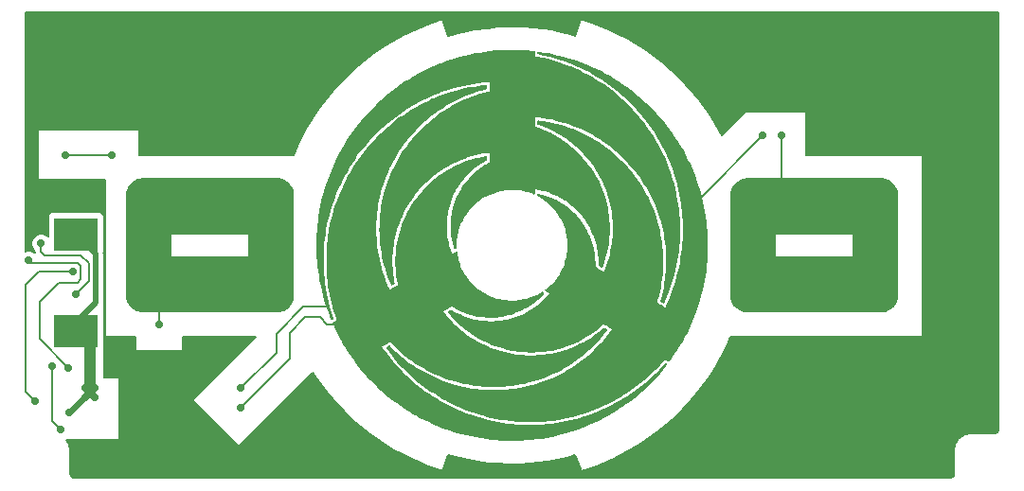
<source format=gtl>
G04 (created by PCBNEW (2013-07-07 BZR 4022)-stable) date 15/02/2015 16:01:48*
%MOIN*%
G04 Gerber Fmt 3.4, Leading zero omitted, Abs format*
%FSLAX34Y34*%
G01*
G70*
G90*
G04 APERTURE LIST*
%ADD10C,0.00590551*%
%ADD11C,0.0001*%
%ADD12C,0.00393701*%
%ADD13C,0.0393701*%
%ADD14R,0.15748X0.11811*%
%ADD15C,0.0275591*%
%ADD16C,0.00787402*%
%ADD17C,0.019685*%
%ADD18C,0.0393701*%
G04 APERTURE END LIST*
G54D10*
G54D11*
G36*
X60533Y-56487D02*
X60540Y-56449D01*
X60556Y-56388D01*
X60578Y-56329D01*
X60605Y-56273D01*
X60637Y-56221D01*
X60674Y-56173D01*
X60716Y-56129D01*
X60762Y-56089D01*
X60812Y-56053D01*
X60867Y-56023D01*
X60924Y-55998D01*
X60985Y-55978D01*
X61018Y-55970D01*
X61051Y-55962D01*
X62128Y-55962D01*
X62128Y-57950D01*
X62128Y-58326D01*
X62128Y-58702D01*
X63484Y-58702D01*
X64840Y-58702D01*
X64840Y-58326D01*
X64840Y-57950D01*
X63484Y-57950D01*
X62128Y-57950D01*
X62128Y-55962D01*
X63472Y-55962D01*
X63627Y-55962D01*
X63774Y-55962D01*
X63916Y-55962D01*
X64051Y-55962D01*
X64180Y-55962D01*
X64303Y-55962D01*
X64421Y-55962D01*
X64533Y-55962D01*
X64639Y-55962D01*
X64740Y-55962D01*
X64835Y-55962D01*
X64926Y-55962D01*
X65011Y-55962D01*
X65092Y-55962D01*
X65168Y-55962D01*
X65239Y-55962D01*
X65306Y-55962D01*
X65369Y-55962D01*
X65427Y-55962D01*
X65481Y-55962D01*
X65532Y-55962D01*
X65578Y-55962D01*
X65621Y-55962D01*
X65661Y-55963D01*
X65697Y-55963D01*
X65730Y-55963D01*
X65760Y-55963D01*
X65786Y-55963D01*
X65810Y-55963D01*
X65832Y-55964D01*
X65850Y-55964D01*
X65867Y-55964D01*
X65880Y-55964D01*
X65892Y-55964D01*
X65902Y-55965D01*
X65910Y-55965D01*
X65916Y-55965D01*
X65920Y-55965D01*
X65923Y-55966D01*
X65924Y-55966D01*
X65985Y-55979D01*
X66044Y-55997D01*
X66100Y-56022D01*
X66153Y-56051D01*
X66203Y-56086D01*
X66248Y-56125D01*
X66290Y-56169D01*
X66327Y-56217D01*
X66360Y-56268D01*
X66388Y-56323D01*
X66410Y-56381D01*
X66426Y-56442D01*
X66428Y-56449D01*
X66435Y-56487D01*
X66435Y-58326D01*
X66435Y-60165D01*
X66428Y-60203D01*
X66412Y-60264D01*
X66390Y-60322D01*
X66363Y-60378D01*
X66330Y-60431D01*
X66293Y-60480D01*
X66250Y-60525D01*
X66236Y-60539D01*
X66186Y-60578D01*
X66133Y-60612D01*
X66077Y-60641D01*
X66018Y-60664D01*
X65957Y-60680D01*
X65948Y-60682D01*
X65911Y-60690D01*
X63484Y-60690D01*
X61057Y-60690D01*
X61020Y-60682D01*
X60959Y-60667D01*
X60900Y-60645D01*
X60845Y-60618D01*
X60793Y-60586D01*
X60744Y-60549D01*
X60700Y-60507D01*
X60660Y-60461D01*
X60625Y-60412D01*
X60594Y-60358D01*
X60569Y-60302D01*
X60550Y-60242D01*
X60540Y-60203D01*
X60533Y-60165D01*
X60533Y-58326D01*
X60533Y-56487D01*
X60533Y-56487D01*
X60533Y-56487D01*
G37*
G36*
X87695Y-60165D02*
X87688Y-60203D01*
X87672Y-60264D01*
X87650Y-60323D01*
X87623Y-60379D01*
X87591Y-60431D01*
X87554Y-60479D01*
X87512Y-60523D01*
X87466Y-60563D01*
X87416Y-60599D01*
X87361Y-60629D01*
X87304Y-60654D01*
X87243Y-60674D01*
X87210Y-60682D01*
X87177Y-60690D01*
X86100Y-60690D01*
X86100Y-58702D01*
X86100Y-58326D01*
X86100Y-57950D01*
X84744Y-57950D01*
X83388Y-57950D01*
X83388Y-58326D01*
X83388Y-58702D01*
X84744Y-58702D01*
X86100Y-58702D01*
X86100Y-60690D01*
X84756Y-60690D01*
X84601Y-60690D01*
X84454Y-60690D01*
X84312Y-60690D01*
X84177Y-60690D01*
X84048Y-60690D01*
X83925Y-60690D01*
X83807Y-60690D01*
X83695Y-60690D01*
X83589Y-60690D01*
X83488Y-60690D01*
X83393Y-60690D01*
X83302Y-60690D01*
X83217Y-60690D01*
X83136Y-60690D01*
X83060Y-60690D01*
X82989Y-60690D01*
X82922Y-60690D01*
X82859Y-60690D01*
X82801Y-60690D01*
X82747Y-60690D01*
X82696Y-60690D01*
X82650Y-60690D01*
X82607Y-60690D01*
X82567Y-60689D01*
X82531Y-60689D01*
X82498Y-60689D01*
X82468Y-60689D01*
X82442Y-60689D01*
X82418Y-60689D01*
X82396Y-60688D01*
X82378Y-60688D01*
X82361Y-60688D01*
X82348Y-60688D01*
X82336Y-60688D01*
X82326Y-60687D01*
X82318Y-60687D01*
X82312Y-60687D01*
X82308Y-60687D01*
X82305Y-60686D01*
X82304Y-60686D01*
X82243Y-60673D01*
X82184Y-60655D01*
X82128Y-60630D01*
X82075Y-60601D01*
X82025Y-60566D01*
X81980Y-60527D01*
X81938Y-60483D01*
X81901Y-60435D01*
X81868Y-60384D01*
X81840Y-60329D01*
X81818Y-60271D01*
X81802Y-60210D01*
X81800Y-60203D01*
X81793Y-60165D01*
X81793Y-58326D01*
X81793Y-56487D01*
X81800Y-56449D01*
X81816Y-56388D01*
X81838Y-56330D01*
X81865Y-56274D01*
X81898Y-56221D01*
X81935Y-56172D01*
X81978Y-56127D01*
X81992Y-56113D01*
X82042Y-56074D01*
X82095Y-56040D01*
X82151Y-56011D01*
X82210Y-55988D01*
X82271Y-55972D01*
X82280Y-55970D01*
X82317Y-55962D01*
X84744Y-55962D01*
X87171Y-55962D01*
X87208Y-55970D01*
X87269Y-55985D01*
X87328Y-56007D01*
X87383Y-56034D01*
X87435Y-56066D01*
X87484Y-56103D01*
X87528Y-56145D01*
X87568Y-56191D01*
X87603Y-56240D01*
X87634Y-56294D01*
X87659Y-56350D01*
X87678Y-56410D01*
X87688Y-56449D01*
X87695Y-56487D01*
X87695Y-58326D01*
X87695Y-60165D01*
X87695Y-60165D01*
X87695Y-60165D01*
G37*
G36*
X79572Y-62522D02*
X79534Y-62571D01*
X79423Y-62710D01*
X79308Y-62845D01*
X79190Y-62978D01*
X79069Y-63107D01*
X78944Y-63233D01*
X78817Y-63356D01*
X78686Y-63476D01*
X78552Y-63592D01*
X78415Y-63704D01*
X78275Y-63813D01*
X78132Y-63919D01*
X77987Y-64021D01*
X77927Y-64061D01*
X77778Y-64157D01*
X77627Y-64250D01*
X77473Y-64339D01*
X77317Y-64423D01*
X77160Y-64504D01*
X77001Y-64580D01*
X76839Y-64652D01*
X76677Y-64720D01*
X76512Y-64784D01*
X76346Y-64843D01*
X76178Y-64898D01*
X76009Y-64949D01*
X75839Y-64995D01*
X75667Y-65038D01*
X75494Y-65075D01*
X75319Y-65109D01*
X75144Y-65138D01*
X74968Y-65162D01*
X74790Y-65182D01*
X74677Y-65193D01*
X74560Y-65201D01*
X74441Y-65208D01*
X74322Y-65212D01*
X74202Y-65215D01*
X74084Y-65216D01*
X73968Y-65215D01*
X73916Y-65213D01*
X73739Y-65206D01*
X73562Y-65194D01*
X73386Y-65178D01*
X73210Y-65157D01*
X73035Y-65131D01*
X72861Y-65101D01*
X72688Y-65067D01*
X72516Y-65029D01*
X72345Y-64985D01*
X72175Y-64938D01*
X72006Y-64886D01*
X71839Y-64830D01*
X71673Y-64770D01*
X71509Y-64705D01*
X71346Y-64636D01*
X71185Y-64563D01*
X71026Y-64486D01*
X70869Y-64404D01*
X70786Y-64360D01*
X70632Y-64272D01*
X70480Y-64181D01*
X70331Y-64085D01*
X70185Y-63987D01*
X70042Y-63884D01*
X69901Y-63778D01*
X69763Y-63669D01*
X69628Y-63556D01*
X69496Y-63440D01*
X69367Y-63320D01*
X69241Y-63198D01*
X69119Y-63072D01*
X68999Y-62943D01*
X68883Y-62811D01*
X68771Y-62676D01*
X68662Y-62538D01*
X68556Y-62398D01*
X68454Y-62254D01*
X68355Y-62108D01*
X68260Y-61960D01*
X68169Y-61808D01*
X68082Y-61654D01*
X68061Y-61616D01*
X68022Y-61544D01*
X67986Y-61475D01*
X67952Y-61407D01*
X67918Y-61339D01*
X67885Y-61269D01*
X67852Y-61198D01*
X67821Y-61130D01*
X67792Y-61063D01*
X67795Y-61054D01*
X67796Y-61051D01*
X67797Y-61049D01*
X67799Y-61046D01*
X67802Y-61044D01*
X67807Y-61040D01*
X67813Y-61036D01*
X67822Y-61031D01*
X67833Y-61024D01*
X67848Y-61016D01*
X67866Y-61005D01*
X67869Y-61003D01*
X67940Y-60962D01*
X67928Y-60926D01*
X67880Y-60787D01*
X67836Y-60644D01*
X67794Y-60499D01*
X67756Y-60352D01*
X67721Y-60204D01*
X67690Y-60056D01*
X67663Y-59907D01*
X67639Y-59759D01*
X67638Y-59750D01*
X67628Y-59683D01*
X67620Y-59618D01*
X67612Y-59554D01*
X67605Y-59490D01*
X67599Y-59425D01*
X67594Y-59359D01*
X67589Y-59291D01*
X67584Y-59220D01*
X67580Y-59146D01*
X67577Y-59093D01*
X67577Y-59077D01*
X67576Y-59056D01*
X67576Y-59032D01*
X67575Y-59005D01*
X67575Y-58975D01*
X67575Y-58944D01*
X67575Y-58911D01*
X67575Y-58877D01*
X67575Y-58843D01*
X67575Y-58810D01*
X67575Y-58777D01*
X67575Y-58745D01*
X67575Y-58715D01*
X67576Y-58688D01*
X67576Y-58664D01*
X67577Y-58643D01*
X67577Y-58628D01*
X67583Y-58514D01*
X67590Y-58404D01*
X67599Y-58297D01*
X67609Y-58192D01*
X67621Y-58088D01*
X67635Y-57984D01*
X67651Y-57880D01*
X67669Y-57775D01*
X67700Y-57610D01*
X67736Y-57446D01*
X67777Y-57283D01*
X67821Y-57122D01*
X67870Y-56962D01*
X67923Y-56804D01*
X67981Y-56647D01*
X68042Y-56492D01*
X68108Y-56339D01*
X68178Y-56188D01*
X68251Y-56038D01*
X68329Y-55891D01*
X68411Y-55746D01*
X68496Y-55602D01*
X68586Y-55462D01*
X68679Y-55323D01*
X68776Y-55187D01*
X68876Y-55054D01*
X68981Y-54923D01*
X69089Y-54795D01*
X69200Y-54670D01*
X69315Y-54547D01*
X69369Y-54492D01*
X69490Y-54373D01*
X69614Y-54258D01*
X69741Y-54146D01*
X69870Y-54038D01*
X70002Y-53934D01*
X70137Y-53833D01*
X70274Y-53736D01*
X70414Y-53643D01*
X70557Y-53554D01*
X70702Y-53469D01*
X70849Y-53387D01*
X70999Y-53309D01*
X71151Y-53236D01*
X71306Y-53166D01*
X71341Y-53151D01*
X71492Y-53088D01*
X71644Y-53030D01*
X71799Y-52976D01*
X71955Y-52926D01*
X72113Y-52879D01*
X72271Y-52837D01*
X72430Y-52799D01*
X72590Y-52766D01*
X72751Y-52736D01*
X72911Y-52712D01*
X73071Y-52691D01*
X73132Y-52685D01*
X73148Y-52683D01*
X73163Y-52681D01*
X73177Y-52680D01*
X73187Y-52679D01*
X73195Y-52678D01*
X73198Y-52678D01*
X73204Y-52677D01*
X73209Y-52680D01*
X73214Y-52683D01*
X73223Y-52691D01*
X73223Y-52752D01*
X73223Y-52813D01*
X73217Y-52820D01*
X73214Y-52822D01*
X73212Y-52824D01*
X73208Y-52826D01*
X73202Y-52828D01*
X73194Y-52831D01*
X73184Y-52833D01*
X73170Y-52837D01*
X73152Y-52842D01*
X73148Y-52843D01*
X73003Y-52882D01*
X72858Y-52926D01*
X72716Y-52974D01*
X72575Y-53026D01*
X72436Y-53082D01*
X72298Y-53143D01*
X72163Y-53207D01*
X72029Y-53275D01*
X71898Y-53348D01*
X71769Y-53424D01*
X71642Y-53504D01*
X71517Y-53587D01*
X71395Y-53674D01*
X71275Y-53765D01*
X71159Y-53860D01*
X71045Y-53957D01*
X70933Y-54059D01*
X70825Y-54163D01*
X70720Y-54271D01*
X70618Y-54382D01*
X70519Y-54497D01*
X70423Y-54614D01*
X70391Y-54655D01*
X70303Y-54773D01*
X70217Y-54894D01*
X70136Y-55017D01*
X70057Y-55143D01*
X69983Y-55271D01*
X69913Y-55400D01*
X69847Y-55530D01*
X69805Y-55618D01*
X69742Y-55759D01*
X69684Y-55900D01*
X69631Y-56042D01*
X69582Y-56185D01*
X69537Y-56329D01*
X69497Y-56474D01*
X69461Y-56621D01*
X69429Y-56768D01*
X69402Y-56917D01*
X69379Y-57067D01*
X69361Y-57219D01*
X69347Y-57372D01*
X69338Y-57504D01*
X69337Y-57526D01*
X69336Y-57553D01*
X69335Y-57583D01*
X69335Y-57615D01*
X69334Y-57649D01*
X69333Y-57685D01*
X69333Y-57721D01*
X69333Y-57757D01*
X69333Y-57792D01*
X69333Y-57825D01*
X69333Y-57857D01*
X69334Y-57885D01*
X69334Y-57910D01*
X69335Y-57921D01*
X69342Y-58076D01*
X69354Y-58229D01*
X69371Y-58382D01*
X69392Y-58533D01*
X69417Y-58682D01*
X69447Y-58831D01*
X69481Y-58979D01*
X69520Y-59125D01*
X69563Y-59270D01*
X69610Y-59414D01*
X69662Y-59557D01*
X69672Y-59582D01*
X69680Y-59604D01*
X69690Y-59627D01*
X69699Y-59651D01*
X69709Y-59676D01*
X69720Y-59701D01*
X69730Y-59725D01*
X69740Y-59750D01*
X69750Y-59773D01*
X69760Y-59795D01*
X69769Y-59816D01*
X69777Y-59834D01*
X69784Y-59851D01*
X69791Y-59864D01*
X69796Y-59875D01*
X69800Y-59882D01*
X69802Y-59886D01*
X69803Y-59886D01*
X69805Y-59885D01*
X69811Y-59882D01*
X69820Y-59876D01*
X69832Y-59870D01*
X69847Y-59862D01*
X69863Y-59852D01*
X69881Y-59842D01*
X69900Y-59831D01*
X69920Y-59819D01*
X69941Y-59807D01*
X69962Y-59796D01*
X69982Y-59784D01*
X70001Y-59773D01*
X70020Y-59762D01*
X70037Y-59752D01*
X70052Y-59743D01*
X70065Y-59736D01*
X70075Y-59730D01*
X70082Y-59726D01*
X70085Y-59723D01*
X70086Y-59723D01*
X70087Y-59722D01*
X70087Y-59719D01*
X70087Y-59715D01*
X70086Y-59708D01*
X70084Y-59698D01*
X70082Y-59685D01*
X70079Y-59675D01*
X70055Y-59548D01*
X70035Y-59420D01*
X70019Y-59291D01*
X70008Y-59161D01*
X70002Y-59031D01*
X69999Y-58901D01*
X70002Y-58771D01*
X70009Y-58641D01*
X70009Y-58637D01*
X70020Y-58507D01*
X70036Y-58377D01*
X70057Y-58249D01*
X70082Y-58121D01*
X70111Y-57995D01*
X70144Y-57870D01*
X70182Y-57746D01*
X70224Y-57624D01*
X70270Y-57503D01*
X70320Y-57385D01*
X70374Y-57268D01*
X70432Y-57153D01*
X70495Y-57039D01*
X70560Y-56929D01*
X70630Y-56820D01*
X70704Y-56714D01*
X70781Y-56610D01*
X70862Y-56508D01*
X70947Y-56410D01*
X71035Y-56314D01*
X71115Y-56233D01*
X71130Y-56218D01*
X71145Y-56203D01*
X71161Y-56188D01*
X71175Y-56174D01*
X71188Y-56162D01*
X71199Y-56152D01*
X71202Y-56149D01*
X71301Y-56060D01*
X71402Y-55976D01*
X71506Y-55895D01*
X71612Y-55818D01*
X71721Y-55746D01*
X71832Y-55676D01*
X71946Y-55611D01*
X72062Y-55550D01*
X72180Y-55493D01*
X72301Y-55440D01*
X72423Y-55391D01*
X72506Y-55360D01*
X72611Y-55325D01*
X72718Y-55292D01*
X72827Y-55263D01*
X72936Y-55236D01*
X73046Y-55214D01*
X73154Y-55194D01*
X73160Y-55193D01*
X73207Y-55186D01*
X73215Y-55194D01*
X73223Y-55201D01*
X73223Y-55265D01*
X73223Y-55284D01*
X73223Y-55300D01*
X73223Y-55312D01*
X73222Y-55321D01*
X73220Y-55328D01*
X73218Y-55334D01*
X73214Y-55338D01*
X73210Y-55342D01*
X73204Y-55345D01*
X73196Y-55349D01*
X73194Y-55350D01*
X73097Y-55405D01*
X73003Y-55464D01*
X72912Y-55525D01*
X72825Y-55590D01*
X72740Y-55658D01*
X72659Y-55730D01*
X72581Y-55805D01*
X72505Y-55884D01*
X72433Y-55966D01*
X72421Y-55980D01*
X72354Y-56065D01*
X72290Y-56152D01*
X72230Y-56242D01*
X72173Y-56334D01*
X72121Y-56429D01*
X72072Y-56526D01*
X72027Y-56625D01*
X71986Y-56726D01*
X71984Y-56732D01*
X71948Y-56834D01*
X71916Y-56938D01*
X71889Y-57042D01*
X71866Y-57147D01*
X71847Y-57253D01*
X71833Y-57360D01*
X71823Y-57467D01*
X71818Y-57574D01*
X71817Y-57681D01*
X71820Y-57788D01*
X71828Y-57895D01*
X71840Y-58002D01*
X71856Y-58108D01*
X71877Y-58213D01*
X71903Y-58318D01*
X71933Y-58422D01*
X71950Y-58474D01*
X71955Y-58491D01*
X71962Y-58510D01*
X71968Y-58529D01*
X71975Y-58548D01*
X71982Y-58565D01*
X71988Y-58581D01*
X71993Y-58595D01*
X71997Y-58605D01*
X71998Y-58608D01*
X72002Y-58617D01*
X72077Y-58574D01*
X72151Y-58531D01*
X72162Y-58536D01*
X72166Y-58538D01*
X72169Y-58540D01*
X72172Y-58543D01*
X72174Y-58547D01*
X72175Y-58553D01*
X72176Y-58561D01*
X72178Y-58573D01*
X72179Y-58583D01*
X72191Y-58662D01*
X72207Y-58742D01*
X72226Y-58823D01*
X72249Y-58903D01*
X72275Y-58981D01*
X72302Y-59054D01*
X72340Y-59142D01*
X72382Y-59227D01*
X72427Y-59309D01*
X72476Y-59389D01*
X72529Y-59467D01*
X72586Y-59541D01*
X72646Y-59613D01*
X72709Y-59682D01*
X72776Y-59748D01*
X72846Y-59810D01*
X72920Y-59870D01*
X72996Y-59926D01*
X73076Y-59979D01*
X73089Y-59987D01*
X73166Y-60032D01*
X73247Y-60074D01*
X73329Y-60113D01*
X73414Y-60147D01*
X73501Y-60178D01*
X73589Y-60204D01*
X73678Y-60227D01*
X73768Y-60245D01*
X73858Y-60259D01*
X73912Y-60265D01*
X73947Y-60268D01*
X73985Y-60271D01*
X74025Y-60273D01*
X74065Y-60274D01*
X74105Y-60275D01*
X74144Y-60275D01*
X74181Y-60274D01*
X74215Y-60273D01*
X74235Y-60272D01*
X74328Y-60263D01*
X74418Y-60250D01*
X74506Y-60234D01*
X74593Y-60214D01*
X74678Y-60190D01*
X74763Y-60162D01*
X74847Y-60130D01*
X74874Y-60118D01*
X74906Y-60104D01*
X74941Y-60088D01*
X74976Y-60071D01*
X75012Y-60052D01*
X75048Y-60033D01*
X75081Y-60014D01*
X75113Y-59996D01*
X75135Y-59982D01*
X75148Y-59974D01*
X75158Y-59969D01*
X75166Y-59966D01*
X75173Y-59966D01*
X75181Y-59968D01*
X75191Y-59973D01*
X75203Y-59980D01*
X75205Y-59981D01*
X75215Y-59987D01*
X75224Y-59992D01*
X75230Y-59996D01*
X75234Y-59999D01*
X75234Y-59999D01*
X75236Y-60003D01*
X75238Y-60009D01*
X75238Y-60012D01*
X75240Y-60023D01*
X75224Y-60041D01*
X75157Y-60113D01*
X75086Y-60183D01*
X75011Y-60251D01*
X74934Y-60316D01*
X74853Y-60378D01*
X74771Y-60437D01*
X74747Y-60453D01*
X74656Y-60511D01*
X74563Y-60565D01*
X74468Y-60615D01*
X74371Y-60660D01*
X74272Y-60701D01*
X74172Y-60738D01*
X74070Y-60771D01*
X73966Y-60800D01*
X73862Y-60824D01*
X73758Y-60843D01*
X73651Y-60858D01*
X73544Y-60869D01*
X73436Y-60875D01*
X73329Y-60877D01*
X73222Y-60874D01*
X73115Y-60866D01*
X73008Y-60854D01*
X72902Y-60838D01*
X72797Y-60817D01*
X72692Y-60791D01*
X72636Y-60775D01*
X72552Y-60749D01*
X72468Y-60719D01*
X72384Y-60687D01*
X72301Y-60651D01*
X72220Y-60612D01*
X72141Y-60572D01*
X72066Y-60529D01*
X72017Y-60499D01*
X72006Y-60492D01*
X71997Y-60487D01*
X71990Y-60482D01*
X71985Y-60480D01*
X71984Y-60480D01*
X71981Y-60481D01*
X71976Y-60484D01*
X71967Y-60489D01*
X71955Y-60496D01*
X71940Y-60504D01*
X71924Y-60513D01*
X71906Y-60523D01*
X71887Y-60534D01*
X71866Y-60546D01*
X71846Y-60557D01*
X71825Y-60569D01*
X71804Y-60581D01*
X71784Y-60593D01*
X71765Y-60604D01*
X71747Y-60614D01*
X71732Y-60623D01*
X71718Y-60631D01*
X71707Y-60637D01*
X71699Y-60642D01*
X71696Y-60644D01*
X71689Y-60648D01*
X71713Y-60681D01*
X71789Y-60777D01*
X71868Y-60872D01*
X71951Y-60966D01*
X72038Y-61056D01*
X72127Y-61145D01*
X72220Y-61230D01*
X72254Y-61260D01*
X72355Y-61345D01*
X72458Y-61427D01*
X72564Y-61504D01*
X72673Y-61578D01*
X72783Y-61648D01*
X72896Y-61713D01*
X73010Y-61775D01*
X73127Y-61833D01*
X73245Y-61887D01*
X73365Y-61937D01*
X73486Y-61983D01*
X73609Y-62024D01*
X73733Y-62062D01*
X73859Y-62095D01*
X73985Y-62124D01*
X74113Y-62149D01*
X74241Y-62169D01*
X74370Y-62185D01*
X74500Y-62197D01*
X74631Y-62204D01*
X74762Y-62207D01*
X74893Y-62206D01*
X75024Y-62200D01*
X75156Y-62189D01*
X75234Y-62181D01*
X75362Y-62163D01*
X75489Y-62142D01*
X75616Y-62116D01*
X75742Y-62086D01*
X75868Y-62051D01*
X75993Y-62011D01*
X76021Y-62002D01*
X76145Y-61958D01*
X76267Y-61909D01*
X76387Y-61856D01*
X76506Y-61800D01*
X76622Y-61739D01*
X76736Y-61674D01*
X76849Y-61605D01*
X76958Y-61532D01*
X77066Y-61456D01*
X77170Y-61376D01*
X77272Y-61293D01*
X77309Y-61261D01*
X77321Y-61250D01*
X77331Y-61242D01*
X77338Y-61236D01*
X77343Y-61233D01*
X77347Y-61230D01*
X77350Y-61229D01*
X77354Y-61229D01*
X77355Y-61229D01*
X77359Y-61229D01*
X77363Y-61230D01*
X77369Y-61233D01*
X77377Y-61236D01*
X77387Y-61242D01*
X77400Y-61249D01*
X77415Y-61257D01*
X77428Y-61265D01*
X77441Y-61272D01*
X77451Y-61279D01*
X77459Y-61284D01*
X77464Y-61287D01*
X77466Y-61289D01*
X77467Y-61293D01*
X77468Y-61297D01*
X77468Y-61301D01*
X77468Y-61305D01*
X77466Y-61310D01*
X77463Y-61316D01*
X77458Y-61323D01*
X77451Y-61332D01*
X77442Y-61344D01*
X77431Y-61359D01*
X77424Y-61368D01*
X77330Y-61486D01*
X77233Y-61602D01*
X77133Y-61715D01*
X77029Y-61824D01*
X76922Y-61931D01*
X76812Y-62034D01*
X76698Y-62134D01*
X76582Y-62230D01*
X76566Y-62242D01*
X76447Y-62334D01*
X76326Y-62422D01*
X76202Y-62506D01*
X76075Y-62586D01*
X75947Y-62663D01*
X75816Y-62735D01*
X75683Y-62804D01*
X75549Y-62868D01*
X75412Y-62928D01*
X75274Y-62984D01*
X75134Y-63037D01*
X74993Y-63084D01*
X74850Y-63128D01*
X74706Y-63167D01*
X74560Y-63202D01*
X74414Y-63233D01*
X74266Y-63259D01*
X74118Y-63281D01*
X73968Y-63299D01*
X73818Y-63312D01*
X73814Y-63312D01*
X73769Y-63315D01*
X73726Y-63317D01*
X73684Y-63319D01*
X73642Y-63321D01*
X73599Y-63322D01*
X73556Y-63323D01*
X73509Y-63323D01*
X73460Y-63323D01*
X73430Y-63323D01*
X73394Y-63322D01*
X73361Y-63322D01*
X73332Y-63322D01*
X73306Y-63321D01*
X73282Y-63320D01*
X73258Y-63320D01*
X73235Y-63319D01*
X73212Y-63318D01*
X73189Y-63316D01*
X73163Y-63315D01*
X73136Y-63313D01*
X73121Y-63312D01*
X72970Y-63299D01*
X72821Y-63282D01*
X72672Y-63260D01*
X72524Y-63234D01*
X72378Y-63203D01*
X72232Y-63168D01*
X72088Y-63129D01*
X71945Y-63085D01*
X71804Y-63038D01*
X71664Y-62986D01*
X71526Y-62930D01*
X71389Y-62869D01*
X71254Y-62805D01*
X71122Y-62737D01*
X70991Y-62664D01*
X70862Y-62588D01*
X70736Y-62508D01*
X70611Y-62423D01*
X70490Y-62335D01*
X70370Y-62244D01*
X70261Y-62155D01*
X70235Y-62132D01*
X70206Y-62108D01*
X70177Y-62082D01*
X70148Y-62057D01*
X70120Y-62032D01*
X70094Y-62008D01*
X70075Y-61990D01*
X70064Y-61980D01*
X70050Y-61966D01*
X70034Y-61951D01*
X70017Y-61934D01*
X69999Y-61916D01*
X69980Y-61898D01*
X69961Y-61879D01*
X69943Y-61861D01*
X69925Y-61844D01*
X69910Y-61828D01*
X69896Y-61814D01*
X69885Y-61803D01*
X69881Y-61799D01*
X69871Y-61788D01*
X69858Y-61775D01*
X69847Y-61763D01*
X69836Y-61753D01*
X69836Y-61752D01*
X69815Y-61730D01*
X69675Y-61810D01*
X69652Y-61824D01*
X69630Y-61837D01*
X69609Y-61849D01*
X69590Y-61860D01*
X69573Y-61869D01*
X69559Y-61878D01*
X69548Y-61885D01*
X69539Y-61890D01*
X69534Y-61893D01*
X69533Y-61894D01*
X69533Y-61895D01*
X69534Y-61899D01*
X69537Y-61904D01*
X69541Y-61912D01*
X69548Y-61922D01*
X69556Y-61935D01*
X69567Y-61951D01*
X69580Y-61969D01*
X69596Y-61991D01*
X69612Y-62014D01*
X69712Y-62150D01*
X69815Y-62282D01*
X69922Y-62412D01*
X70032Y-62539D01*
X70146Y-62664D01*
X70263Y-62785D01*
X70383Y-62903D01*
X70507Y-63018D01*
X70633Y-63129D01*
X70762Y-63237D01*
X70894Y-63342D01*
X71028Y-63442D01*
X71071Y-63473D01*
X71134Y-63517D01*
X71195Y-63560D01*
X71257Y-63601D01*
X71319Y-63642D01*
X71382Y-63682D01*
X71446Y-63722D01*
X71514Y-63762D01*
X71585Y-63804D01*
X71604Y-63815D01*
X71660Y-63847D01*
X71720Y-63880D01*
X71783Y-63914D01*
X71848Y-63948D01*
X71914Y-63981D01*
X71981Y-64015D01*
X72049Y-64047D01*
X72115Y-64078D01*
X72181Y-64108D01*
X72186Y-64110D01*
X72342Y-64177D01*
X72500Y-64239D01*
X72658Y-64297D01*
X72818Y-64351D01*
X72980Y-64400D01*
X73142Y-64445D01*
X73305Y-64485D01*
X73470Y-64521D01*
X73635Y-64553D01*
X73801Y-64580D01*
X73968Y-64603D01*
X74135Y-64621D01*
X74302Y-64635D01*
X74470Y-64644D01*
X74639Y-64649D01*
X74807Y-64649D01*
X74976Y-64645D01*
X75145Y-64637D01*
X75313Y-64623D01*
X75482Y-64606D01*
X75646Y-64584D01*
X75814Y-64557D01*
X75981Y-64526D01*
X76146Y-64490D01*
X76311Y-64450D01*
X76474Y-64406D01*
X76636Y-64357D01*
X76796Y-64304D01*
X76955Y-64247D01*
X77112Y-64185D01*
X77267Y-64119D01*
X77421Y-64049D01*
X77573Y-63975D01*
X77723Y-63897D01*
X77871Y-63814D01*
X78018Y-63728D01*
X78162Y-63637D01*
X78304Y-63542D01*
X78402Y-63473D01*
X78534Y-63377D01*
X78664Y-63276D01*
X78791Y-63171D01*
X78917Y-63063D01*
X79039Y-62951D01*
X79159Y-62836D01*
X79275Y-62719D01*
X79388Y-62598D01*
X79455Y-62523D01*
X79469Y-62507D01*
X79481Y-62495D01*
X79490Y-62485D01*
X79497Y-62478D01*
X79504Y-62474D01*
X79510Y-62472D01*
X79516Y-62472D01*
X79522Y-62474D01*
X79529Y-62477D01*
X79538Y-62482D01*
X79543Y-62485D01*
X79568Y-62500D01*
X79570Y-62511D01*
X79572Y-62522D01*
X79572Y-62522D01*
X79572Y-62522D01*
G37*
G36*
X81004Y-58362D02*
X81000Y-58538D01*
X80993Y-58714D01*
X80981Y-58889D01*
X80964Y-59065D01*
X80943Y-59239D01*
X80917Y-59413D01*
X80887Y-59587D01*
X80853Y-59759D01*
X80814Y-59931D01*
X80771Y-60102D01*
X80723Y-60272D01*
X80671Y-60441D01*
X80621Y-60588D01*
X80560Y-60756D01*
X80496Y-60921D01*
X80427Y-61084D01*
X80354Y-61245D01*
X80277Y-61404D01*
X80196Y-61561D01*
X80111Y-61716D01*
X80022Y-61868D01*
X79928Y-62019D01*
X79831Y-62168D01*
X79729Y-62315D01*
X79685Y-62377D01*
X79673Y-62393D01*
X79663Y-62406D01*
X79656Y-62416D01*
X79649Y-62423D01*
X79644Y-62428D01*
X79640Y-62432D01*
X79636Y-62434D01*
X79632Y-62434D01*
X79629Y-62435D01*
X79625Y-62433D01*
X79618Y-62430D01*
X79608Y-62425D01*
X79594Y-62418D01*
X79579Y-62409D01*
X79561Y-62399D01*
X79553Y-62394D01*
X79483Y-62354D01*
X79478Y-62359D01*
X79474Y-62364D01*
X79467Y-62372D01*
X79458Y-62383D01*
X79447Y-62396D01*
X79435Y-62409D01*
X79422Y-62424D01*
X79409Y-62439D01*
X79396Y-62454D01*
X79383Y-62468D01*
X79372Y-62481D01*
X79362Y-62493D01*
X79356Y-62499D01*
X79310Y-62550D01*
X79261Y-62602D01*
X79209Y-62656D01*
X79156Y-62710D01*
X79102Y-62764D01*
X79048Y-62817D01*
X78995Y-62868D01*
X78942Y-62917D01*
X78891Y-62964D01*
X78877Y-62976D01*
X78749Y-63087D01*
X78618Y-63195D01*
X78485Y-63299D01*
X78349Y-63399D01*
X78211Y-63494D01*
X78070Y-63587D01*
X77927Y-63675D01*
X77782Y-63759D01*
X77634Y-63839D01*
X77484Y-63916D01*
X77333Y-63988D01*
X77179Y-64056D01*
X77023Y-64120D01*
X76865Y-64180D01*
X76705Y-64236D01*
X76544Y-64287D01*
X76528Y-64292D01*
X76366Y-64338D01*
X76204Y-64380D01*
X76040Y-64418D01*
X75876Y-64450D01*
X75711Y-64479D01*
X75544Y-64503D01*
X75377Y-64522D01*
X75208Y-64537D01*
X75038Y-64548D01*
X74933Y-64552D01*
X74919Y-64552D01*
X74902Y-64553D01*
X74882Y-64553D01*
X74859Y-64553D01*
X74833Y-64553D01*
X74806Y-64554D01*
X74778Y-64554D01*
X74750Y-64554D01*
X74721Y-64554D01*
X74693Y-64554D01*
X74667Y-64554D01*
X74642Y-64554D01*
X74619Y-64554D01*
X74599Y-64553D01*
X74583Y-64553D01*
X74571Y-64553D01*
X74570Y-64553D01*
X74462Y-64549D01*
X74358Y-64543D01*
X74257Y-64536D01*
X74160Y-64528D01*
X74068Y-64519D01*
X73899Y-64498D01*
X73732Y-64473D01*
X73565Y-64443D01*
X73400Y-64409D01*
X73236Y-64370D01*
X73074Y-64327D01*
X72912Y-64280D01*
X72752Y-64228D01*
X72593Y-64172D01*
X72435Y-64111D01*
X72278Y-64046D01*
X72123Y-63976D01*
X72118Y-63974D01*
X72096Y-63964D01*
X72071Y-63952D01*
X72044Y-63939D01*
X72014Y-63924D01*
X71983Y-63909D01*
X71952Y-63893D01*
X71922Y-63878D01*
X71892Y-63863D01*
X71864Y-63849D01*
X71839Y-63836D01*
X71817Y-63824D01*
X71814Y-63822D01*
X71665Y-63740D01*
X71519Y-63654D01*
X71376Y-63564D01*
X71235Y-63471D01*
X71097Y-63374D01*
X70963Y-63274D01*
X70831Y-63170D01*
X70701Y-63062D01*
X70575Y-62951D01*
X70451Y-62836D01*
X70377Y-62763D01*
X70270Y-62655D01*
X70167Y-62546D01*
X70067Y-62435D01*
X69971Y-62322D01*
X69876Y-62206D01*
X69784Y-62086D01*
X69716Y-61995D01*
X69674Y-61937D01*
X69676Y-61927D01*
X69677Y-61920D01*
X69679Y-61915D01*
X69680Y-61914D01*
X69683Y-61912D01*
X69689Y-61908D01*
X69698Y-61903D01*
X69709Y-61896D01*
X69722Y-61889D01*
X69732Y-61883D01*
X69748Y-61874D01*
X69760Y-61867D01*
X69769Y-61862D01*
X69776Y-61858D01*
X69781Y-61856D01*
X69785Y-61855D01*
X69788Y-61855D01*
X69791Y-61855D01*
X69793Y-61856D01*
X69795Y-61857D01*
X69799Y-61859D01*
X69803Y-61863D01*
X69809Y-61868D01*
X69816Y-61875D01*
X69825Y-61883D01*
X69836Y-61894D01*
X69850Y-61908D01*
X69866Y-61924D01*
X69885Y-61943D01*
X69889Y-61946D01*
X69963Y-62019D01*
X70036Y-62088D01*
X70109Y-62154D01*
X70183Y-62218D01*
X70259Y-62282D01*
X70265Y-62287D01*
X70384Y-62381D01*
X70506Y-62472D01*
X70630Y-62558D01*
X70756Y-62641D01*
X70884Y-62720D01*
X71014Y-62795D01*
X71146Y-62865D01*
X71280Y-62932D01*
X71416Y-62995D01*
X71553Y-63053D01*
X71692Y-63108D01*
X71833Y-63158D01*
X71975Y-63204D01*
X72118Y-63246D01*
X72262Y-63284D01*
X72407Y-63318D01*
X72554Y-63347D01*
X72701Y-63372D01*
X72849Y-63392D01*
X72997Y-63409D01*
X73147Y-63421D01*
X73296Y-63428D01*
X73446Y-63431D01*
X73597Y-63430D01*
X73748Y-63424D01*
X73898Y-63413D01*
X74049Y-63399D01*
X74200Y-63379D01*
X74212Y-63377D01*
X74362Y-63353D01*
X74511Y-63324D01*
X74659Y-63291D01*
X74805Y-63254D01*
X74950Y-63212D01*
X75093Y-63166D01*
X75235Y-63116D01*
X75374Y-63062D01*
X75513Y-63004D01*
X75649Y-62941D01*
X75783Y-62875D01*
X75916Y-62805D01*
X76046Y-62731D01*
X76174Y-62653D01*
X76299Y-62572D01*
X76422Y-62487D01*
X76543Y-62398D01*
X76661Y-62305D01*
X76776Y-62209D01*
X76889Y-62110D01*
X76999Y-62007D01*
X77106Y-61901D01*
X77210Y-61791D01*
X77310Y-61678D01*
X77408Y-61562D01*
X77418Y-61549D01*
X77434Y-61529D01*
X77451Y-61508D01*
X77468Y-61486D01*
X77486Y-61463D01*
X77503Y-61441D01*
X77520Y-61419D01*
X77536Y-61397D01*
X77551Y-61377D01*
X77566Y-61357D01*
X77579Y-61339D01*
X77591Y-61323D01*
X77601Y-61309D01*
X77609Y-61297D01*
X77615Y-61288D01*
X77618Y-61282D01*
X77619Y-61279D01*
X77619Y-61279D01*
X77617Y-61278D01*
X77611Y-61274D01*
X77602Y-61269D01*
X77590Y-61262D01*
X77575Y-61253D01*
X77557Y-61243D01*
X77538Y-61232D01*
X77517Y-61220D01*
X77494Y-61207D01*
X77475Y-61196D01*
X77333Y-61114D01*
X77326Y-61120D01*
X77236Y-61201D01*
X77142Y-61278D01*
X77044Y-61354D01*
X76944Y-61426D01*
X76841Y-61495D01*
X76735Y-61562D01*
X76628Y-61624D01*
X76519Y-61684D01*
X76408Y-61739D01*
X76296Y-61790D01*
X76259Y-61806D01*
X76136Y-61855D01*
X76013Y-61900D01*
X75888Y-61941D01*
X75762Y-61977D01*
X75635Y-62008D01*
X75508Y-62035D01*
X75379Y-62058D01*
X75249Y-62076D01*
X75119Y-62090D01*
X74988Y-62099D01*
X74857Y-62104D01*
X74725Y-62104D01*
X74592Y-62099D01*
X74555Y-62097D01*
X74437Y-62088D01*
X74319Y-62075D01*
X74200Y-62057D01*
X74081Y-62037D01*
X73963Y-62012D01*
X73847Y-61984D01*
X73775Y-61965D01*
X73649Y-61927D01*
X73524Y-61884D01*
X73401Y-61838D01*
X73280Y-61787D01*
X73161Y-61733D01*
X73044Y-61674D01*
X72930Y-61611D01*
X72817Y-61545D01*
X72707Y-61474D01*
X72599Y-61399D01*
X72494Y-61321D01*
X72391Y-61238D01*
X72345Y-61200D01*
X72310Y-61169D01*
X72276Y-61139D01*
X72242Y-61109D01*
X72209Y-61077D01*
X72174Y-61043D01*
X72137Y-61007D01*
X72132Y-61002D01*
X72092Y-60961D01*
X72055Y-60922D01*
X72019Y-60885D01*
X71985Y-60847D01*
X71951Y-60809D01*
X71917Y-60768D01*
X71881Y-60726D01*
X71881Y-60725D01*
X71847Y-60684D01*
X71848Y-60673D01*
X71850Y-60667D01*
X71851Y-60662D01*
X71851Y-60661D01*
X71853Y-60660D01*
X71859Y-60656D01*
X71867Y-60651D01*
X71878Y-60645D01*
X71891Y-60637D01*
X71905Y-60629D01*
X71905Y-60629D01*
X71925Y-60617D01*
X71941Y-60609D01*
X71953Y-60602D01*
X71961Y-60599D01*
X71966Y-60597D01*
X71966Y-60597D01*
X71971Y-60599D01*
X71980Y-60603D01*
X71991Y-60609D01*
X71999Y-60614D01*
X72092Y-60669D01*
X72187Y-60720D01*
X72284Y-60766D01*
X72382Y-60809D01*
X72482Y-60848D01*
X72584Y-60882D01*
X72687Y-60912D01*
X72791Y-60938D01*
X72896Y-60960D01*
X73002Y-60977D01*
X73108Y-60990D01*
X73215Y-60998D01*
X73322Y-61003D01*
X73430Y-61003D01*
X73538Y-60998D01*
X73645Y-60989D01*
X73752Y-60975D01*
X73803Y-60967D01*
X73911Y-60947D01*
X74018Y-60922D01*
X74123Y-60893D01*
X74226Y-60859D01*
X74328Y-60822D01*
X74428Y-60780D01*
X74525Y-60735D01*
X74621Y-60685D01*
X74715Y-60632D01*
X74806Y-60575D01*
X74894Y-60514D01*
X74981Y-60449D01*
X75064Y-60381D01*
X75145Y-60309D01*
X75223Y-60233D01*
X75299Y-60154D01*
X75371Y-60072D01*
X75382Y-60059D01*
X75391Y-60047D01*
X75400Y-60037D01*
X75407Y-60028D01*
X75413Y-60021D01*
X75416Y-60016D01*
X75416Y-60016D01*
X75421Y-60010D01*
X75350Y-59969D01*
X75333Y-59960D01*
X75318Y-59951D01*
X75304Y-59943D01*
X75292Y-59936D01*
X75283Y-59931D01*
X75277Y-59927D01*
X75275Y-59926D01*
X75273Y-59922D01*
X75271Y-59916D01*
X75270Y-59912D01*
X75269Y-59900D01*
X75294Y-59881D01*
X75363Y-59825D01*
X75430Y-59767D01*
X75493Y-59706D01*
X75554Y-59643D01*
X75610Y-59579D01*
X75622Y-59565D01*
X75680Y-59491D01*
X75734Y-59415D01*
X75783Y-59336D01*
X75829Y-59256D01*
X75871Y-59175D01*
X75909Y-59091D01*
X75942Y-59007D01*
X75972Y-58921D01*
X75997Y-58833D01*
X76019Y-58745D01*
X76036Y-58657D01*
X76049Y-58567D01*
X76058Y-58477D01*
X76063Y-58387D01*
X76063Y-58296D01*
X76060Y-58206D01*
X76052Y-58115D01*
X76040Y-58025D01*
X76023Y-57935D01*
X76003Y-57846D01*
X75978Y-57758D01*
X75948Y-57670D01*
X75915Y-57584D01*
X75877Y-57498D01*
X75859Y-57463D01*
X75816Y-57381D01*
X75770Y-57302D01*
X75721Y-57226D01*
X75668Y-57153D01*
X75611Y-57083D01*
X75551Y-57014D01*
X75493Y-56954D01*
X75429Y-56892D01*
X75362Y-56834D01*
X75294Y-56780D01*
X75223Y-56728D01*
X75148Y-56679D01*
X75070Y-56633D01*
X75028Y-56610D01*
X75019Y-56604D01*
X75011Y-56599D01*
X75006Y-56595D01*
X75004Y-56593D01*
X75003Y-56590D01*
X75002Y-56586D01*
X75001Y-56579D01*
X75001Y-56570D01*
X75000Y-56556D01*
X75000Y-56552D01*
X75000Y-56517D01*
X75009Y-56510D01*
X75019Y-56503D01*
X75065Y-56513D01*
X75170Y-56539D01*
X75274Y-56569D01*
X75375Y-56603D01*
X75475Y-56641D01*
X75573Y-56684D01*
X75669Y-56731D01*
X75763Y-56781D01*
X75855Y-56836D01*
X75945Y-56895D01*
X76032Y-56957D01*
X76117Y-57024D01*
X76136Y-57040D01*
X76187Y-57084D01*
X76240Y-57132D01*
X76291Y-57182D01*
X76342Y-57233D01*
X76391Y-57285D01*
X76437Y-57337D01*
X76461Y-57366D01*
X76528Y-57450D01*
X76591Y-57537D01*
X76650Y-57626D01*
X76706Y-57718D01*
X76757Y-57811D01*
X76804Y-57907D01*
X76847Y-58004D01*
X76887Y-58102D01*
X76921Y-58203D01*
X76952Y-58304D01*
X76978Y-58407D01*
X77000Y-58511D01*
X77009Y-58560D01*
X77019Y-58627D01*
X77027Y-58697D01*
X77034Y-58767D01*
X77039Y-58837D01*
X77042Y-58906D01*
X77044Y-58973D01*
X77043Y-59037D01*
X77043Y-59039D01*
X77041Y-59095D01*
X77187Y-59180D01*
X77211Y-59193D01*
X77233Y-59206D01*
X77254Y-59219D01*
X77274Y-59230D01*
X77291Y-59240D01*
X77305Y-59248D01*
X77318Y-59255D01*
X77327Y-59260D01*
X77332Y-59263D01*
X77334Y-59265D01*
X77336Y-59263D01*
X77338Y-59257D01*
X77343Y-59248D01*
X77348Y-59236D01*
X77354Y-59221D01*
X77361Y-59204D01*
X77369Y-59186D01*
X77377Y-59165D01*
X77385Y-59144D01*
X77394Y-59123D01*
X77402Y-59101D01*
X77410Y-59080D01*
X77418Y-59059D01*
X77425Y-59040D01*
X77426Y-59038D01*
X77468Y-58913D01*
X77507Y-58786D01*
X77541Y-58659D01*
X77571Y-58530D01*
X77596Y-58400D01*
X77616Y-58270D01*
X77633Y-58139D01*
X77644Y-58008D01*
X77652Y-57876D01*
X77654Y-57744D01*
X77653Y-57612D01*
X77646Y-57479D01*
X77635Y-57347D01*
X77628Y-57276D01*
X77610Y-57146D01*
X77588Y-57016D01*
X77561Y-56887D01*
X77530Y-56759D01*
X77495Y-56633D01*
X77455Y-56507D01*
X77411Y-56383D01*
X77363Y-56261D01*
X77311Y-56140D01*
X77254Y-56022D01*
X77194Y-55905D01*
X77129Y-55790D01*
X77061Y-55677D01*
X76989Y-55567D01*
X76913Y-55459D01*
X76889Y-55427D01*
X76807Y-55322D01*
X76722Y-55220D01*
X76634Y-55121D01*
X76543Y-55025D01*
X76449Y-54933D01*
X76351Y-54844D01*
X76251Y-54758D01*
X76147Y-54676D01*
X76041Y-54598D01*
X75932Y-54523D01*
X75821Y-54452D01*
X75706Y-54385D01*
X75590Y-54321D01*
X75471Y-54261D01*
X75443Y-54248D01*
X75390Y-54224D01*
X75335Y-54200D01*
X75278Y-54176D01*
X75220Y-54152D01*
X75163Y-54130D01*
X75107Y-54109D01*
X75054Y-54091D01*
X75051Y-54090D01*
X75037Y-54085D01*
X75026Y-54081D01*
X75017Y-54078D01*
X75011Y-54074D01*
X75006Y-54069D01*
X75003Y-54063D01*
X75002Y-54054D01*
X75001Y-54043D01*
X75000Y-54029D01*
X75000Y-54011D01*
X75000Y-54003D01*
X74999Y-53944D01*
X75008Y-53936D01*
X75017Y-53929D01*
X75085Y-53938D01*
X75234Y-53959D01*
X75382Y-53985D01*
X75529Y-54015D01*
X75675Y-54050D01*
X75819Y-54089D01*
X75961Y-54132D01*
X76103Y-54179D01*
X76242Y-54230D01*
X76380Y-54286D01*
X76516Y-54345D01*
X76650Y-54409D01*
X76782Y-54476D01*
X76911Y-54547D01*
X77039Y-54622D01*
X77165Y-54701D01*
X77288Y-54784D01*
X77408Y-54870D01*
X77527Y-54960D01*
X77642Y-55054D01*
X77755Y-55151D01*
X77865Y-55251D01*
X77972Y-55355D01*
X78076Y-55463D01*
X78177Y-55573D01*
X78275Y-55687D01*
X78344Y-55772D01*
X78437Y-55892D01*
X78525Y-56013D01*
X78610Y-56138D01*
X78690Y-56264D01*
X78767Y-56393D01*
X78840Y-56524D01*
X78908Y-56656D01*
X78973Y-56791D01*
X79033Y-56928D01*
X79090Y-57066D01*
X79142Y-57206D01*
X79190Y-57347D01*
X79234Y-57490D01*
X79273Y-57634D01*
X79308Y-57779D01*
X79339Y-57925D01*
X79366Y-58073D01*
X79387Y-58221D01*
X79405Y-58370D01*
X79418Y-58520D01*
X79419Y-58535D01*
X79421Y-58565D01*
X79423Y-58593D01*
X79424Y-58618D01*
X79425Y-58642D01*
X79426Y-58665D01*
X79427Y-58689D01*
X79428Y-58713D01*
X79429Y-58739D01*
X79429Y-58767D01*
X79429Y-58798D01*
X79430Y-58833D01*
X79430Y-58838D01*
X79430Y-58893D01*
X79430Y-58944D01*
X79429Y-58993D01*
X79428Y-59041D01*
X79426Y-59088D01*
X79424Y-59135D01*
X79421Y-59184D01*
X79419Y-59218D01*
X79407Y-59367D01*
X79389Y-59516D01*
X79368Y-59664D01*
X79342Y-59812D01*
X79312Y-59959D01*
X79277Y-60104D01*
X79238Y-60248D01*
X79228Y-60282D01*
X79222Y-60303D01*
X79217Y-60321D01*
X79214Y-60334D01*
X79212Y-60342D01*
X79212Y-60347D01*
X79212Y-60347D01*
X79214Y-60349D01*
X79220Y-60352D01*
X79229Y-60358D01*
X79242Y-60365D01*
X79257Y-60374D01*
X79274Y-60384D01*
X79294Y-60395D01*
X79315Y-60408D01*
X79337Y-60421D01*
X79355Y-60431D01*
X79496Y-60512D01*
X79512Y-60480D01*
X79522Y-60458D01*
X79534Y-60432D01*
X79547Y-60405D01*
X79560Y-60375D01*
X79573Y-60345D01*
X79587Y-60315D01*
X79599Y-60286D01*
X79611Y-60260D01*
X79612Y-60256D01*
X79677Y-60100D01*
X79737Y-59941D01*
X79794Y-59782D01*
X79845Y-59621D01*
X79892Y-59459D01*
X79935Y-59296D01*
X79974Y-59131D01*
X80008Y-58966D01*
X80037Y-58801D01*
X80063Y-58634D01*
X80083Y-58467D01*
X80100Y-58300D01*
X80111Y-58132D01*
X80119Y-57963D01*
X80121Y-57794D01*
X80120Y-57626D01*
X80114Y-57457D01*
X80103Y-57288D01*
X80087Y-57119D01*
X80068Y-56951D01*
X80055Y-56862D01*
X80028Y-56695D01*
X79997Y-56529D01*
X79962Y-56364D01*
X79922Y-56200D01*
X79877Y-56037D01*
X79829Y-55876D01*
X79776Y-55716D01*
X79719Y-55557D01*
X79657Y-55401D01*
X79592Y-55246D01*
X79522Y-55093D01*
X79449Y-54941D01*
X79371Y-54792D01*
X79289Y-54645D01*
X79204Y-54500D01*
X79114Y-54357D01*
X79021Y-54217D01*
X78924Y-54079D01*
X78823Y-53943D01*
X78718Y-53810D01*
X78699Y-53787D01*
X78594Y-53662D01*
X78486Y-53539D01*
X78374Y-53420D01*
X78259Y-53303D01*
X78142Y-53189D01*
X78022Y-53079D01*
X77933Y-53001D01*
X77803Y-52892D01*
X77670Y-52786D01*
X77534Y-52685D01*
X77396Y-52587D01*
X77255Y-52493D01*
X77112Y-52403D01*
X76967Y-52317D01*
X76820Y-52234D01*
X76671Y-52156D01*
X76519Y-52082D01*
X76366Y-52012D01*
X76211Y-51946D01*
X76054Y-51884D01*
X75895Y-51827D01*
X75735Y-51773D01*
X75573Y-51724D01*
X75410Y-51679D01*
X75245Y-51639D01*
X75079Y-51603D01*
X75056Y-51598D01*
X75041Y-51595D01*
X75030Y-51593D01*
X75022Y-51591D01*
X75016Y-51589D01*
X75012Y-51587D01*
X75009Y-51585D01*
X75007Y-51583D01*
X75007Y-51582D01*
X75004Y-51579D01*
X75003Y-51576D01*
X75002Y-51572D01*
X75001Y-51567D01*
X75001Y-51559D01*
X75001Y-51547D01*
X75001Y-51545D01*
X75001Y-51515D01*
X75009Y-51508D01*
X75018Y-51501D01*
X75073Y-51509D01*
X75248Y-51536D01*
X75422Y-51567D01*
X75595Y-51602D01*
X75767Y-51643D01*
X75939Y-51687D01*
X76109Y-51736D01*
X76277Y-51789D01*
X76444Y-51847D01*
X76610Y-51909D01*
X76774Y-51975D01*
X76936Y-52045D01*
X77097Y-52119D01*
X77255Y-52198D01*
X77398Y-52273D01*
X77553Y-52359D01*
X77705Y-52450D01*
X77855Y-52544D01*
X78003Y-52642D01*
X78148Y-52744D01*
X78290Y-52849D01*
X78429Y-52958D01*
X78565Y-53070D01*
X78699Y-53186D01*
X78830Y-53305D01*
X78957Y-53428D01*
X79081Y-53554D01*
X79202Y-53683D01*
X79320Y-53815D01*
X79435Y-53950D01*
X79449Y-53968D01*
X79560Y-54107D01*
X79666Y-54248D01*
X79769Y-54392D01*
X79868Y-54538D01*
X79963Y-54687D01*
X80055Y-54838D01*
X80142Y-54991D01*
X80225Y-55146D01*
X80305Y-55304D01*
X80380Y-55463D01*
X80452Y-55624D01*
X80519Y-55787D01*
X80582Y-55952D01*
X80640Y-56119D01*
X80695Y-56287D01*
X80745Y-56456D01*
X80791Y-56627D01*
X80833Y-56799D01*
X80867Y-56960D01*
X80900Y-57134D01*
X80928Y-57308D01*
X80952Y-57483D01*
X80971Y-57659D01*
X80986Y-57834D01*
X80997Y-58010D01*
X81002Y-58186D01*
X81004Y-58362D01*
X81004Y-58362D01*
X81004Y-58362D01*
G37*
G36*
X80025Y-57721D02*
X80024Y-57888D01*
X80019Y-58055D01*
X80009Y-58222D01*
X79995Y-58388D01*
X79976Y-58555D01*
X79953Y-58720D01*
X79925Y-58885D01*
X79893Y-59049D01*
X79856Y-59213D01*
X79815Y-59376D01*
X79769Y-59538D01*
X79719Y-59698D01*
X79665Y-59858D01*
X79651Y-59897D01*
X79633Y-59947D01*
X79613Y-59999D01*
X79592Y-60053D01*
X79570Y-60108D01*
X79547Y-60162D01*
X79525Y-60215D01*
X79504Y-60266D01*
X79483Y-60313D01*
X79474Y-60331D01*
X79468Y-60344D01*
X79464Y-60354D01*
X79460Y-60360D01*
X79457Y-60364D01*
X79455Y-60367D01*
X79452Y-60369D01*
X79451Y-60369D01*
X79444Y-60371D01*
X79439Y-60372D01*
X79439Y-60372D01*
X79435Y-60371D01*
X79429Y-60368D01*
X79420Y-60363D01*
X79408Y-60357D01*
X79395Y-60349D01*
X79383Y-60343D01*
X79368Y-60334D01*
X79356Y-60327D01*
X79347Y-60321D01*
X79340Y-60317D01*
X79336Y-60313D01*
X79333Y-60311D01*
X79331Y-60308D01*
X79330Y-60305D01*
X79330Y-60304D01*
X79329Y-60302D01*
X79328Y-60299D01*
X79328Y-60295D01*
X79329Y-60291D01*
X79330Y-60284D01*
X79332Y-60276D01*
X79335Y-60265D01*
X79339Y-60250D01*
X79344Y-60232D01*
X79345Y-60229D01*
X79382Y-60091D01*
X79414Y-59952D01*
X79443Y-59812D01*
X79468Y-59672D01*
X79488Y-59532D01*
X79505Y-59392D01*
X79518Y-59253D01*
X79525Y-59147D01*
X79527Y-59098D01*
X79529Y-59047D01*
X79530Y-58993D01*
X79531Y-58938D01*
X79532Y-58883D01*
X79532Y-58829D01*
X79532Y-58776D01*
X79531Y-58727D01*
X79529Y-58680D01*
X79529Y-58679D01*
X79521Y-58527D01*
X79509Y-58376D01*
X79492Y-58226D01*
X79471Y-58077D01*
X79446Y-57929D01*
X79416Y-57782D01*
X79382Y-57636D01*
X79344Y-57492D01*
X79301Y-57349D01*
X79255Y-57208D01*
X79204Y-57068D01*
X79149Y-56930D01*
X79091Y-56793D01*
X79028Y-56659D01*
X78962Y-56526D01*
X78892Y-56396D01*
X78818Y-56268D01*
X78740Y-56141D01*
X78659Y-56017D01*
X78574Y-55896D01*
X78485Y-55777D01*
X78393Y-55660D01*
X78297Y-55546D01*
X78198Y-55435D01*
X78096Y-55326D01*
X77990Y-55221D01*
X77880Y-55118D01*
X77768Y-55018D01*
X77652Y-54922D01*
X77533Y-54828D01*
X77411Y-54738D01*
X77314Y-54671D01*
X77187Y-54587D01*
X77058Y-54507D01*
X76926Y-54431D01*
X76792Y-54359D01*
X76657Y-54292D01*
X76519Y-54228D01*
X76379Y-54169D01*
X76238Y-54113D01*
X76096Y-54062D01*
X75951Y-54016D01*
X75806Y-53973D01*
X75658Y-53935D01*
X75510Y-53901D01*
X75360Y-53872D01*
X75250Y-53853D01*
X75223Y-53849D01*
X75196Y-53845D01*
X75168Y-53841D01*
X75140Y-53837D01*
X75112Y-53834D01*
X75084Y-53830D01*
X75058Y-53827D01*
X75032Y-53824D01*
X75008Y-53821D01*
X74986Y-53819D01*
X74967Y-53817D01*
X74950Y-53815D01*
X74936Y-53814D01*
X74925Y-53813D01*
X74919Y-53814D01*
X74916Y-53814D01*
X74916Y-53817D01*
X74916Y-53824D01*
X74916Y-53834D01*
X74916Y-53849D01*
X74916Y-53866D01*
X74916Y-53886D01*
X74916Y-53908D01*
X74916Y-53933D01*
X74916Y-53959D01*
X74916Y-53980D01*
X74917Y-54144D01*
X74971Y-54162D01*
X75051Y-54190D01*
X75128Y-54218D01*
X75203Y-54248D01*
X75278Y-54279D01*
X75352Y-54312D01*
X75428Y-54348D01*
X75445Y-54356D01*
X75507Y-54387D01*
X75566Y-54418D01*
X75623Y-54449D01*
X75679Y-54481D01*
X75735Y-54514D01*
X75792Y-54550D01*
X75818Y-54566D01*
X75926Y-54638D01*
X76032Y-54714D01*
X76135Y-54793D01*
X76235Y-54876D01*
X76332Y-54962D01*
X76426Y-55051D01*
X76516Y-55144D01*
X76604Y-55239D01*
X76688Y-55337D01*
X76769Y-55439D01*
X76846Y-55543D01*
X76920Y-55649D01*
X76989Y-55758D01*
X77056Y-55870D01*
X77118Y-55983D01*
X77176Y-56099D01*
X77231Y-56217D01*
X77248Y-56257D01*
X77297Y-56379D01*
X77342Y-56503D01*
X77383Y-56628D01*
X77420Y-56754D01*
X77451Y-56881D01*
X77479Y-57009D01*
X77502Y-57138D01*
X77520Y-57268D01*
X77534Y-57399D01*
X77539Y-57465D01*
X77545Y-57564D01*
X77548Y-57665D01*
X77548Y-57767D01*
X77546Y-57868D01*
X77541Y-57968D01*
X77537Y-58026D01*
X77524Y-58156D01*
X77507Y-58286D01*
X77486Y-58415D01*
X77460Y-58543D01*
X77429Y-58670D01*
X77394Y-58797D01*
X77355Y-58921D01*
X77311Y-59045D01*
X77301Y-59072D01*
X77286Y-59110D01*
X77276Y-59115D01*
X77265Y-59119D01*
X77210Y-59088D01*
X77192Y-59077D01*
X77177Y-59068D01*
X77166Y-59061D01*
X77158Y-59056D01*
X77154Y-59052D01*
X77153Y-59050D01*
X77152Y-59047D01*
X77151Y-59040D01*
X77151Y-59029D01*
X77150Y-59014D01*
X77150Y-58995D01*
X77150Y-58971D01*
X77150Y-58947D01*
X77150Y-58902D01*
X77149Y-58861D01*
X77148Y-58823D01*
X77147Y-58787D01*
X77145Y-58752D01*
X77142Y-58717D01*
X77139Y-58682D01*
X77135Y-58645D01*
X77134Y-58636D01*
X77119Y-58529D01*
X77100Y-58422D01*
X77077Y-58316D01*
X77049Y-58212D01*
X77017Y-58108D01*
X76980Y-58007D01*
X76940Y-57907D01*
X76895Y-57808D01*
X76846Y-57712D01*
X76794Y-57617D01*
X76737Y-57525D01*
X76677Y-57436D01*
X76613Y-57348D01*
X76604Y-57337D01*
X76574Y-57298D01*
X76544Y-57262D01*
X76515Y-57228D01*
X76485Y-57194D01*
X76454Y-57160D01*
X76420Y-57125D01*
X76387Y-57091D01*
X76330Y-57036D01*
X76274Y-56984D01*
X76218Y-56935D01*
X76161Y-56889D01*
X76103Y-56844D01*
X76043Y-56801D01*
X75981Y-56758D01*
X75972Y-56752D01*
X75878Y-56694D01*
X75783Y-56640D01*
X75686Y-56590D01*
X75588Y-56544D01*
X75487Y-56502D01*
X75386Y-56465D01*
X75282Y-56432D01*
X75177Y-56404D01*
X75071Y-56380D01*
X75054Y-56376D01*
X75036Y-56373D01*
X75018Y-56369D01*
X74999Y-56366D01*
X74981Y-56363D01*
X74964Y-56360D01*
X74949Y-56357D01*
X74936Y-56355D01*
X74927Y-56354D01*
X74921Y-56353D01*
X74921Y-56353D01*
X74915Y-56353D01*
X74916Y-56439D01*
X74916Y-56524D01*
X74906Y-56532D01*
X74896Y-56539D01*
X74868Y-56527D01*
X74779Y-56493D01*
X74689Y-56462D01*
X74598Y-56436D01*
X74507Y-56415D01*
X74414Y-56398D01*
X74322Y-56386D01*
X74228Y-56378D01*
X74135Y-56375D01*
X74041Y-56376D01*
X73948Y-56382D01*
X73854Y-56392D01*
X73760Y-56407D01*
X73690Y-56421D01*
X73599Y-56444D01*
X73509Y-56470D01*
X73421Y-56502D01*
X73334Y-56537D01*
X73249Y-56577D01*
X73166Y-56620D01*
X73085Y-56668D01*
X73006Y-56720D01*
X72929Y-56776D01*
X72928Y-56777D01*
X72864Y-56828D01*
X72801Y-56883D01*
X72740Y-56941D01*
X72681Y-57002D01*
X72626Y-57064D01*
X72576Y-57126D01*
X72519Y-57203D01*
X72467Y-57282D01*
X72418Y-57363D01*
X72374Y-57446D01*
X72334Y-57530D01*
X72298Y-57616D01*
X72266Y-57704D01*
X72239Y-57793D01*
X72216Y-57884D01*
X72197Y-57975D01*
X72183Y-58068D01*
X72173Y-58162D01*
X72168Y-58256D01*
X72167Y-58344D01*
X72167Y-58366D01*
X72167Y-58383D01*
X72167Y-58396D01*
X72167Y-58407D01*
X72166Y-58414D01*
X72165Y-58419D01*
X72165Y-58421D01*
X72162Y-58425D01*
X72158Y-58429D01*
X72152Y-58433D01*
X72143Y-58439D01*
X72133Y-58445D01*
X72122Y-58451D01*
X72113Y-58456D01*
X72106Y-58459D01*
X72102Y-58461D01*
X72101Y-58462D01*
X72098Y-58461D01*
X72092Y-58459D01*
X72086Y-58456D01*
X72081Y-58454D01*
X72080Y-58454D01*
X72079Y-58451D01*
X72076Y-58445D01*
X72073Y-58435D01*
X72069Y-58423D01*
X72065Y-58408D01*
X72060Y-58392D01*
X72055Y-58376D01*
X72050Y-58359D01*
X72045Y-58342D01*
X72041Y-58326D01*
X72038Y-58315D01*
X72012Y-58211D01*
X71990Y-58107D01*
X71973Y-58001D01*
X71960Y-57895D01*
X71952Y-57789D01*
X71949Y-57682D01*
X71950Y-57576D01*
X71955Y-57469D01*
X71965Y-57362D01*
X71967Y-57348D01*
X71982Y-57241D01*
X72002Y-57136D01*
X72026Y-57032D01*
X72054Y-56929D01*
X72087Y-56827D01*
X72124Y-56727D01*
X72165Y-56629D01*
X72210Y-56532D01*
X72259Y-56438D01*
X72312Y-56345D01*
X72369Y-56255D01*
X72430Y-56167D01*
X72495Y-56081D01*
X72543Y-56023D01*
X72586Y-55972D01*
X72633Y-55922D01*
X72682Y-55871D01*
X72732Y-55822D01*
X72783Y-55774D01*
X72829Y-55733D01*
X72893Y-55681D01*
X72960Y-55629D01*
X73029Y-55579D01*
X73100Y-55531D01*
X73172Y-55486D01*
X73243Y-55444D01*
X73272Y-55429D01*
X73315Y-55406D01*
X73315Y-55237D01*
X73315Y-55205D01*
X73315Y-55177D01*
X73315Y-55153D01*
X73315Y-55133D01*
X73315Y-55116D01*
X73314Y-55103D01*
X73314Y-55092D01*
X73314Y-55084D01*
X73314Y-55077D01*
X73313Y-55073D01*
X73313Y-55070D01*
X73312Y-55068D01*
X73311Y-55067D01*
X73311Y-55067D01*
X73304Y-55068D01*
X73294Y-55069D01*
X73280Y-55070D01*
X73263Y-55072D01*
X73244Y-55075D01*
X73223Y-55078D01*
X73200Y-55081D01*
X73177Y-55085D01*
X73154Y-55088D01*
X73131Y-55092D01*
X73109Y-55096D01*
X73089Y-55099D01*
X73079Y-55101D01*
X72949Y-55126D01*
X72820Y-55156D01*
X72693Y-55190D01*
X72566Y-55228D01*
X72442Y-55271D01*
X72319Y-55318D01*
X72197Y-55369D01*
X72078Y-55424D01*
X71960Y-55483D01*
X71845Y-55546D01*
X71731Y-55613D01*
X71620Y-55684D01*
X71511Y-55759D01*
X71405Y-55838D01*
X71301Y-55921D01*
X71288Y-55932D01*
X71188Y-56018D01*
X71091Y-56108D01*
X70997Y-56201D01*
X70906Y-56297D01*
X70819Y-56396D01*
X70735Y-56497D01*
X70655Y-56602D01*
X70578Y-56709D01*
X70506Y-56819D01*
X70495Y-56836D01*
X70426Y-56950D01*
X70361Y-57066D01*
X70300Y-57184D01*
X70243Y-57303D01*
X70191Y-57425D01*
X70143Y-57548D01*
X70099Y-57672D01*
X70060Y-57798D01*
X70024Y-57925D01*
X69993Y-58054D01*
X69967Y-58184D01*
X69945Y-58314D01*
X69927Y-58446D01*
X69914Y-58579D01*
X69910Y-58631D01*
X69906Y-58708D01*
X69903Y-58789D01*
X69902Y-58871D01*
X69903Y-58954D01*
X69905Y-59036D01*
X69908Y-59117D01*
X69914Y-59196D01*
X69917Y-59233D01*
X69930Y-59352D01*
X69946Y-59470D01*
X69965Y-59585D01*
X69972Y-59622D01*
X69975Y-59639D01*
X69978Y-59651D01*
X69979Y-59661D01*
X69980Y-59668D01*
X69981Y-59673D01*
X69980Y-59676D01*
X69980Y-59679D01*
X69979Y-59682D01*
X69978Y-59682D01*
X69977Y-59685D01*
X69974Y-59688D01*
X69970Y-59692D01*
X69964Y-59696D01*
X69955Y-59701D01*
X69943Y-59709D01*
X69928Y-59717D01*
X69925Y-59719D01*
X69911Y-59727D01*
X69899Y-59734D01*
X69889Y-59741D01*
X69881Y-59745D01*
X69876Y-59748D01*
X69874Y-59749D01*
X69871Y-59749D01*
X69866Y-59747D01*
X69862Y-59746D01*
X69856Y-59743D01*
X69851Y-59740D01*
X69848Y-59733D01*
X69847Y-59732D01*
X69789Y-59590D01*
X69735Y-59448D01*
X69686Y-59305D01*
X69642Y-59161D01*
X69601Y-59017D01*
X69566Y-58872D01*
X69535Y-58726D01*
X69508Y-58579D01*
X69485Y-58431D01*
X69467Y-58282D01*
X69454Y-58132D01*
X69452Y-58104D01*
X69446Y-58006D01*
X69442Y-57904D01*
X69440Y-57801D01*
X69441Y-57696D01*
X69443Y-57592D01*
X69447Y-57490D01*
X69452Y-57410D01*
X69465Y-57260D01*
X69482Y-57111D01*
X69504Y-56963D01*
X69530Y-56815D01*
X69561Y-56668D01*
X69596Y-56522D01*
X69635Y-56377D01*
X69679Y-56233D01*
X69728Y-56091D01*
X69780Y-55950D01*
X69837Y-55811D01*
X69898Y-55673D01*
X69943Y-55578D01*
X70011Y-55444D01*
X70083Y-55312D01*
X70159Y-55182D01*
X70238Y-55055D01*
X70321Y-54930D01*
X70408Y-54808D01*
X70499Y-54689D01*
X70593Y-54572D01*
X70690Y-54459D01*
X70791Y-54348D01*
X70895Y-54241D01*
X71003Y-54136D01*
X71113Y-54035D01*
X71227Y-53937D01*
X71343Y-53843D01*
X71463Y-53752D01*
X71585Y-53665D01*
X71710Y-53581D01*
X71760Y-53549D01*
X71887Y-53471D01*
X72016Y-53398D01*
X72147Y-53328D01*
X72281Y-53262D01*
X72416Y-53200D01*
X72553Y-53142D01*
X72692Y-53088D01*
X72832Y-53039D01*
X72973Y-52993D01*
X73116Y-52952D01*
X73258Y-52916D01*
X73267Y-52914D01*
X73312Y-52903D01*
X73312Y-52738D01*
X73312Y-52573D01*
X73300Y-52574D01*
X73294Y-52575D01*
X73284Y-52576D01*
X73272Y-52577D01*
X73258Y-52578D01*
X73246Y-52579D01*
X73188Y-52584D01*
X73127Y-52590D01*
X73064Y-52597D01*
X73000Y-52605D01*
X72936Y-52613D01*
X72884Y-52620D01*
X72716Y-52647D01*
X72549Y-52678D01*
X72383Y-52713D01*
X72218Y-52753D01*
X72054Y-52797D01*
X71890Y-52846D01*
X71728Y-52900D01*
X71567Y-52957D01*
X71512Y-52978D01*
X71378Y-53032D01*
X71242Y-53090D01*
X71107Y-53151D01*
X70973Y-53216D01*
X70840Y-53284D01*
X70729Y-53344D01*
X70581Y-53428D01*
X70437Y-53516D01*
X70294Y-53608D01*
X70155Y-53703D01*
X70017Y-53803D01*
X69882Y-53906D01*
X69750Y-54013D01*
X69673Y-54079D01*
X69569Y-54169D01*
X69467Y-54264D01*
X69365Y-54361D01*
X69266Y-54461D01*
X69169Y-54563D01*
X69094Y-54644D01*
X68983Y-54770D01*
X68876Y-54900D01*
X68772Y-55033D01*
X68671Y-55168D01*
X68574Y-55306D01*
X68481Y-55447D01*
X68392Y-55590D01*
X68307Y-55735D01*
X68225Y-55883D01*
X68147Y-56032D01*
X68074Y-56184D01*
X68004Y-56338D01*
X67939Y-56493D01*
X67878Y-56650D01*
X67821Y-56809D01*
X67768Y-56970D01*
X67768Y-56970D01*
X67719Y-57133D01*
X67675Y-57297D01*
X67635Y-57462D01*
X67600Y-57628D01*
X67570Y-57794D01*
X67543Y-57961D01*
X67522Y-58129D01*
X67504Y-58297D01*
X67492Y-58465D01*
X67484Y-58634D01*
X67480Y-58803D01*
X67481Y-58972D01*
X67486Y-59141D01*
X67496Y-59310D01*
X67511Y-59479D01*
X67530Y-59648D01*
X67554Y-59817D01*
X67562Y-59867D01*
X67589Y-60021D01*
X67620Y-60173D01*
X67654Y-60325D01*
X67693Y-60476D01*
X67735Y-60628D01*
X67782Y-60780D01*
X67795Y-60821D01*
X67803Y-60845D01*
X67810Y-60866D01*
X67816Y-60883D01*
X67820Y-60896D01*
X67822Y-60907D01*
X67824Y-60916D01*
X67824Y-60923D01*
X67823Y-60928D01*
X67821Y-60932D01*
X67818Y-60936D01*
X67813Y-60939D01*
X67807Y-60942D01*
X67800Y-60946D01*
X67800Y-60947D01*
X67791Y-60952D01*
X67783Y-60957D01*
X67777Y-60960D01*
X67774Y-60962D01*
X67770Y-60963D01*
X67765Y-60962D01*
X67760Y-60961D01*
X67754Y-60958D01*
X67749Y-60956D01*
X67749Y-60955D01*
X67747Y-60952D01*
X67744Y-60945D01*
X67740Y-60935D01*
X67735Y-60923D01*
X67728Y-60907D01*
X67721Y-60890D01*
X67714Y-60871D01*
X67706Y-60851D01*
X67698Y-60831D01*
X67690Y-60810D01*
X67682Y-60790D01*
X67675Y-60771D01*
X67674Y-60770D01*
X67613Y-60603D01*
X67556Y-60435D01*
X67504Y-60265D01*
X67456Y-60095D01*
X67413Y-59924D01*
X67374Y-59751D01*
X67340Y-59578D01*
X67310Y-59404D01*
X67284Y-59230D01*
X67263Y-59055D01*
X67247Y-58879D01*
X67235Y-58703D01*
X67227Y-58527D01*
X67224Y-58350D01*
X67226Y-58173D01*
X67232Y-57996D01*
X67242Y-57819D01*
X67258Y-57642D01*
X67276Y-57479D01*
X67300Y-57303D01*
X67328Y-57129D01*
X67361Y-56955D01*
X67398Y-56783D01*
X67440Y-56612D01*
X67486Y-56442D01*
X67536Y-56273D01*
X67590Y-56106D01*
X67649Y-55941D01*
X67712Y-55777D01*
X67779Y-55615D01*
X67850Y-55454D01*
X67925Y-55295D01*
X68004Y-55139D01*
X68088Y-54984D01*
X68175Y-54832D01*
X68266Y-54681D01*
X68361Y-54533D01*
X68459Y-54387D01*
X68562Y-54244D01*
X68668Y-54103D01*
X68778Y-53965D01*
X68892Y-53830D01*
X68945Y-53768D01*
X69032Y-53673D01*
X69121Y-53577D01*
X69214Y-53482D01*
X69308Y-53388D01*
X69402Y-53298D01*
X69490Y-53217D01*
X69622Y-53100D01*
X69758Y-52987D01*
X69897Y-52876D01*
X70038Y-52770D01*
X70182Y-52667D01*
X70329Y-52568D01*
X70478Y-52473D01*
X70629Y-52382D01*
X70783Y-52294D01*
X70848Y-52259D01*
X70874Y-52245D01*
X70903Y-52230D01*
X70933Y-52214D01*
X70965Y-52198D01*
X70997Y-52182D01*
X71029Y-52165D01*
X71061Y-52150D01*
X71091Y-52134D01*
X71120Y-52120D01*
X71147Y-52108D01*
X71170Y-52096D01*
X71184Y-52090D01*
X71263Y-52054D01*
X71339Y-52020D01*
X71412Y-51988D01*
X71484Y-51958D01*
X71554Y-51930D01*
X71623Y-51902D01*
X71693Y-51876D01*
X71763Y-51850D01*
X71835Y-51824D01*
X71909Y-51799D01*
X71926Y-51793D01*
X72096Y-51739D01*
X72267Y-51689D01*
X72439Y-51644D01*
X72611Y-51603D01*
X72785Y-51567D01*
X72959Y-51535D01*
X73134Y-51508D01*
X73309Y-51485D01*
X73485Y-51466D01*
X73661Y-51453D01*
X73838Y-51444D01*
X74015Y-51439D01*
X74193Y-51439D01*
X74371Y-51443D01*
X74549Y-51453D01*
X74628Y-51458D01*
X74661Y-51461D01*
X74696Y-51464D01*
X74733Y-51467D01*
X74770Y-51471D01*
X74806Y-51474D01*
X74839Y-51478D01*
X74849Y-51479D01*
X74902Y-51484D01*
X74909Y-51492D01*
X74915Y-51499D01*
X74915Y-51581D01*
X74915Y-51663D01*
X74924Y-51665D01*
X74945Y-51669D01*
X74969Y-51673D01*
X74997Y-51679D01*
X75026Y-51685D01*
X75057Y-51691D01*
X75088Y-51697D01*
X75120Y-51704D01*
X75150Y-51711D01*
X75179Y-51717D01*
X75205Y-51723D01*
X75217Y-51726D01*
X75381Y-51766D01*
X75543Y-51810D01*
X75703Y-51859D01*
X75862Y-51912D01*
X76019Y-51969D01*
X76175Y-52031D01*
X76328Y-52096D01*
X76480Y-52166D01*
X76630Y-52239D01*
X76777Y-52317D01*
X76923Y-52399D01*
X77066Y-52484D01*
X77207Y-52573D01*
X77345Y-52666D01*
X77481Y-52763D01*
X77615Y-52863D01*
X77746Y-52967D01*
X77874Y-53075D01*
X77999Y-53186D01*
X78122Y-53300D01*
X78241Y-53419D01*
X78357Y-53540D01*
X78367Y-53550D01*
X78480Y-53676D01*
X78590Y-53803D01*
X78695Y-53934D01*
X78797Y-54068D01*
X78896Y-54203D01*
X78990Y-54342D01*
X79081Y-54482D01*
X79168Y-54625D01*
X79250Y-54771D01*
X79329Y-54918D01*
X79404Y-55067D01*
X79475Y-55219D01*
X79542Y-55372D01*
X79605Y-55527D01*
X79663Y-55684D01*
X79717Y-55843D01*
X79767Y-56003D01*
X79813Y-56165D01*
X79855Y-56328D01*
X79892Y-56492D01*
X79905Y-56555D01*
X79935Y-56721D01*
X79962Y-56887D01*
X79984Y-57053D01*
X80001Y-57220D01*
X80013Y-57387D01*
X80022Y-57554D01*
X80025Y-57721D01*
X80025Y-57721D01*
X80025Y-57721D01*
G37*
G54D12*
X66240Y-58326D03*
X81988Y-58326D03*
G54D13*
X88582Y-51968D03*
G54D12*
X74114Y-51830D03*
X68484Y-61594D03*
X79822Y-61397D03*
G54D14*
X58759Y-61338D03*
X58759Y-57952D03*
G54D15*
X57322Y-63818D03*
X58641Y-59251D03*
X58503Y-62657D03*
X57106Y-58858D03*
X83602Y-54468D03*
X62440Y-64370D03*
X61692Y-61102D03*
X58759Y-60039D03*
X58405Y-55137D03*
X60019Y-55137D03*
X57539Y-58267D03*
X82933Y-54468D03*
X64547Y-64035D03*
X64547Y-63366D03*
X58523Y-64232D03*
X59074Y-63700D03*
X59429Y-63700D03*
X59074Y-63346D03*
X59251Y-63523D03*
X59429Y-63346D03*
X58208Y-64803D03*
X57913Y-62578D03*
G54D16*
X57322Y-63818D02*
X56988Y-63484D01*
X58641Y-59251D02*
X57460Y-59251D01*
X57460Y-59251D02*
X56988Y-59724D01*
X56988Y-59724D02*
X56988Y-63484D01*
X58503Y-62657D02*
X57480Y-61633D01*
X58169Y-59645D02*
X57480Y-60334D01*
X57480Y-60334D02*
X57480Y-61633D01*
X57106Y-58858D02*
X57204Y-58956D01*
X57204Y-58956D02*
X58838Y-58956D01*
X58818Y-59645D02*
X58169Y-59645D01*
X58937Y-59527D02*
X58818Y-59645D01*
X58937Y-59055D02*
X58937Y-59527D01*
X58838Y-58956D02*
X58937Y-59055D01*
X81988Y-58326D02*
X83602Y-56712D01*
X83602Y-56712D02*
X83602Y-54468D01*
X66240Y-58326D02*
X66240Y-58582D01*
X61692Y-60295D02*
X61692Y-61102D01*
X61811Y-60177D02*
X61692Y-60295D01*
X64645Y-60177D02*
X61811Y-60177D01*
X66240Y-58582D02*
X64645Y-60177D01*
X58405Y-55137D02*
X60019Y-55137D01*
X59212Y-59586D02*
X58759Y-60039D01*
X59212Y-58956D02*
X59212Y-59586D01*
X58937Y-58681D02*
X59212Y-58956D01*
X57657Y-58681D02*
X58937Y-58681D01*
X57539Y-58562D02*
X57657Y-58681D01*
X57539Y-58267D02*
X57539Y-58562D01*
X80492Y-56673D02*
X80728Y-56673D01*
X82933Y-54468D02*
X82933Y-54468D01*
X80728Y-56673D02*
X82933Y-54468D01*
X79822Y-61397D02*
X79822Y-60570D01*
X80492Y-59901D02*
X80492Y-56673D01*
X79822Y-60570D02*
X80492Y-59901D01*
X68484Y-61594D02*
X68484Y-61259D01*
X66279Y-61417D02*
X66279Y-62303D01*
X66830Y-60866D02*
X66279Y-61417D01*
X67342Y-60866D02*
X66830Y-60866D01*
X67578Y-61102D02*
X67342Y-60866D01*
X68326Y-61102D02*
X67578Y-61102D01*
X68484Y-61259D02*
X68326Y-61102D01*
X66279Y-62303D02*
X64547Y-64035D01*
X67657Y-60492D02*
X66771Y-60492D01*
X65807Y-61456D02*
X65807Y-62106D01*
X66771Y-60492D02*
X65807Y-61456D01*
X72696Y-51830D02*
X71909Y-52618D01*
X71909Y-52618D02*
X70669Y-52618D01*
X70669Y-52618D02*
X68287Y-55000D01*
X68287Y-55000D02*
X68287Y-55531D01*
X68287Y-55531D02*
X67716Y-56102D01*
X67716Y-56102D02*
X67716Y-56811D01*
X67716Y-56811D02*
X67500Y-57027D01*
X67500Y-57027D02*
X67500Y-57657D01*
X67500Y-57657D02*
X67362Y-57795D01*
X67362Y-57795D02*
X67362Y-59291D01*
X67362Y-59291D02*
X67440Y-59370D01*
X67440Y-59370D02*
X67440Y-59822D01*
X67440Y-59822D02*
X67519Y-59901D01*
X67519Y-59901D02*
X67519Y-60177D01*
X67519Y-60177D02*
X67598Y-60255D01*
X67598Y-60255D02*
X67598Y-60433D01*
X67598Y-60433D02*
X67657Y-60492D01*
X67657Y-60492D02*
X67657Y-60492D01*
X74114Y-51830D02*
X72696Y-51830D01*
X65807Y-62106D02*
X64547Y-63366D01*
G54D17*
X58523Y-64232D02*
X58543Y-64232D01*
X58543Y-64232D02*
X59074Y-63700D01*
G54D18*
X59251Y-63523D02*
X59251Y-61535D01*
X59251Y-61535D02*
X58759Y-61043D01*
G54D16*
X59251Y-63523D02*
X59074Y-63700D01*
X59251Y-63523D02*
X59429Y-63700D01*
X59251Y-63523D02*
X59074Y-63346D01*
X59251Y-63523D02*
X59429Y-63346D01*
G54D17*
X58759Y-58248D02*
X59074Y-58248D01*
X59074Y-58248D02*
X59448Y-58622D01*
X59448Y-58622D02*
X59448Y-60354D01*
X59448Y-60354D02*
X58759Y-61043D01*
G54D16*
X57913Y-64507D02*
X57913Y-62578D01*
X58208Y-64803D02*
X57913Y-64507D01*
G54D10*
G36*
X91238Y-64783D02*
X91222Y-64861D01*
X91189Y-64910D01*
X91140Y-64943D01*
X91063Y-64958D01*
X90255Y-64958D01*
X90236Y-64962D01*
X90217Y-64962D01*
X90067Y-64992D01*
X90067Y-64992D01*
X89995Y-65021D01*
X89868Y-65106D01*
X89867Y-65106D01*
X89856Y-65118D01*
X89803Y-65118D01*
X89803Y-65175D01*
X89727Y-65288D01*
X89727Y-65289D01*
X89697Y-65360D01*
X89667Y-65511D01*
X89667Y-65531D01*
X89663Y-65551D01*
X89663Y-66358D01*
X89647Y-66436D01*
X89615Y-66485D01*
X89565Y-66518D01*
X89488Y-66533D01*
X88543Y-66533D01*
X88543Y-61535D01*
X88543Y-55157D01*
X84468Y-55157D01*
X84468Y-53602D01*
X82326Y-53602D01*
X81484Y-54444D01*
X81076Y-53738D01*
X80647Y-53138D01*
X80047Y-52472D01*
X79452Y-51920D01*
X78801Y-51423D01*
X78188Y-51067D01*
X77496Y-50712D01*
X76922Y-50474D01*
X76606Y-50375D01*
X76509Y-50343D01*
X76329Y-50935D01*
X76171Y-50887D01*
X75855Y-50808D01*
X75479Y-50728D01*
X75221Y-50689D01*
X74866Y-50649D01*
X74529Y-50610D01*
X73955Y-50610D01*
X73638Y-50630D01*
X73243Y-50669D01*
X72788Y-50728D01*
X72234Y-50847D01*
X71846Y-50958D01*
X71659Y-50362D01*
X71107Y-50553D01*
X70297Y-50909D01*
X69584Y-51325D01*
X69169Y-51622D01*
X68596Y-52076D01*
X68180Y-52472D01*
X67903Y-52769D01*
X67587Y-53144D01*
X67250Y-53599D01*
X66855Y-54232D01*
X66578Y-54766D01*
X66411Y-55157D01*
X60984Y-55157D01*
X60984Y-54251D01*
X57440Y-54251D01*
X57440Y-56023D01*
X59803Y-56023D01*
X59803Y-61535D01*
X60866Y-61535D01*
X60866Y-62047D01*
X62519Y-62047D01*
X62519Y-61535D01*
X65101Y-61535D01*
X62857Y-63779D01*
X64488Y-65410D01*
X67091Y-62806D01*
X67251Y-63053D01*
X67646Y-63587D01*
X67982Y-63963D01*
X68477Y-64477D01*
X69011Y-64913D01*
X69881Y-65506D01*
X71146Y-66119D01*
X71659Y-66290D01*
X71841Y-65707D01*
X72116Y-65786D01*
X72551Y-65885D01*
X72887Y-65944D01*
X73283Y-66003D01*
X73639Y-66023D01*
X73915Y-66043D01*
X74311Y-66043D01*
X74767Y-66023D01*
X75360Y-65944D01*
X76053Y-65805D01*
X76335Y-65717D01*
X76572Y-66289D01*
X77081Y-66119D01*
X77694Y-65842D01*
X78603Y-65348D01*
X79295Y-64853D01*
X79849Y-64379D01*
X80324Y-63884D01*
X80660Y-63488D01*
X81075Y-62915D01*
X81293Y-62578D01*
X81491Y-62203D01*
X81709Y-61767D01*
X81796Y-61535D01*
X88543Y-61535D01*
X88543Y-66533D01*
X58740Y-66533D01*
X58662Y-66517D01*
X58613Y-66485D01*
X58580Y-66435D01*
X58564Y-66358D01*
X58564Y-65551D01*
X58561Y-65531D01*
X58561Y-65512D01*
X58531Y-65361D01*
X58501Y-65290D01*
X58501Y-65289D01*
X58426Y-65177D01*
X60275Y-65177D01*
X60275Y-62992D01*
X59744Y-62992D01*
X59744Y-61929D01*
X59744Y-61890D01*
X59744Y-60709D01*
X59744Y-60708D01*
X59744Y-60354D01*
X59744Y-60137D01*
X59744Y-58622D01*
X59744Y-58622D01*
X59738Y-58595D01*
X59738Y-58595D01*
X59744Y-58582D01*
X59744Y-58504D01*
X59744Y-57323D01*
X59714Y-57250D01*
X59658Y-57195D01*
X59586Y-57165D01*
X59508Y-57165D01*
X57933Y-57165D01*
X57861Y-57195D01*
X57805Y-57250D01*
X57775Y-57322D01*
X57775Y-57401D01*
X57775Y-58030D01*
X57729Y-57984D01*
X57606Y-57933D01*
X57473Y-57933D01*
X57350Y-57983D01*
X57255Y-58077D01*
X57204Y-58200D01*
X57204Y-58333D01*
X57255Y-58457D01*
X57303Y-58504D01*
X57303Y-58562D01*
X57307Y-58586D01*
X57296Y-58574D01*
X57173Y-58523D01*
X57040Y-58523D01*
X56990Y-58544D01*
X56990Y-50120D01*
X91238Y-50120D01*
X91238Y-64783D01*
X91238Y-64783D01*
G37*
G54D16*
X91238Y-64783D02*
X91222Y-64861D01*
X91189Y-64910D01*
X91140Y-64943D01*
X91063Y-64958D01*
X90255Y-64958D01*
X90236Y-64962D01*
X90217Y-64962D01*
X90067Y-64992D01*
X90067Y-64992D01*
X89995Y-65021D01*
X89868Y-65106D01*
X89867Y-65106D01*
X89856Y-65118D01*
X89803Y-65118D01*
X89803Y-65175D01*
X89727Y-65288D01*
X89727Y-65289D01*
X89697Y-65360D01*
X89667Y-65511D01*
X89667Y-65531D01*
X89663Y-65551D01*
X89663Y-66358D01*
X89647Y-66436D01*
X89615Y-66485D01*
X89565Y-66518D01*
X89488Y-66533D01*
X88543Y-66533D01*
X88543Y-61535D01*
X88543Y-55157D01*
X84468Y-55157D01*
X84468Y-53602D01*
X82326Y-53602D01*
X81484Y-54444D01*
X81076Y-53738D01*
X80647Y-53138D01*
X80047Y-52472D01*
X79452Y-51920D01*
X78801Y-51423D01*
X78188Y-51067D01*
X77496Y-50712D01*
X76922Y-50474D01*
X76606Y-50375D01*
X76509Y-50343D01*
X76329Y-50935D01*
X76171Y-50887D01*
X75855Y-50808D01*
X75479Y-50728D01*
X75221Y-50689D01*
X74866Y-50649D01*
X74529Y-50610D01*
X73955Y-50610D01*
X73638Y-50630D01*
X73243Y-50669D01*
X72788Y-50728D01*
X72234Y-50847D01*
X71846Y-50958D01*
X71659Y-50362D01*
X71107Y-50553D01*
X70297Y-50909D01*
X69584Y-51325D01*
X69169Y-51622D01*
X68596Y-52076D01*
X68180Y-52472D01*
X67903Y-52769D01*
X67587Y-53144D01*
X67250Y-53599D01*
X66855Y-54232D01*
X66578Y-54766D01*
X66411Y-55157D01*
X60984Y-55157D01*
X60984Y-54251D01*
X57440Y-54251D01*
X57440Y-56023D01*
X59803Y-56023D01*
X59803Y-61535D01*
X60866Y-61535D01*
X60866Y-62047D01*
X62519Y-62047D01*
X62519Y-61535D01*
X65101Y-61535D01*
X62857Y-63779D01*
X64488Y-65410D01*
X67091Y-62806D01*
X67251Y-63053D01*
X67646Y-63587D01*
X67982Y-63963D01*
X68477Y-64477D01*
X69011Y-64913D01*
X69881Y-65506D01*
X71146Y-66119D01*
X71659Y-66290D01*
X71841Y-65707D01*
X72116Y-65786D01*
X72551Y-65885D01*
X72887Y-65944D01*
X73283Y-66003D01*
X73639Y-66023D01*
X73915Y-66043D01*
X74311Y-66043D01*
X74767Y-66023D01*
X75360Y-65944D01*
X76053Y-65805D01*
X76335Y-65717D01*
X76572Y-66289D01*
X77081Y-66119D01*
X77694Y-65842D01*
X78603Y-65348D01*
X79295Y-64853D01*
X79849Y-64379D01*
X80324Y-63884D01*
X80660Y-63488D01*
X81075Y-62915D01*
X81293Y-62578D01*
X81491Y-62203D01*
X81709Y-61767D01*
X81796Y-61535D01*
X88543Y-61535D01*
X88543Y-66533D01*
X58740Y-66533D01*
X58662Y-66517D01*
X58613Y-66485D01*
X58580Y-66435D01*
X58564Y-66358D01*
X58564Y-65551D01*
X58561Y-65531D01*
X58561Y-65512D01*
X58531Y-65361D01*
X58501Y-65290D01*
X58501Y-65289D01*
X58426Y-65177D01*
X60275Y-65177D01*
X60275Y-62992D01*
X59744Y-62992D01*
X59744Y-61929D01*
X59744Y-61890D01*
X59744Y-60709D01*
X59744Y-60708D01*
X59744Y-60354D01*
X59744Y-60137D01*
X59744Y-58622D01*
X59744Y-58622D01*
X59738Y-58595D01*
X59738Y-58595D01*
X59744Y-58582D01*
X59744Y-58504D01*
X59744Y-57323D01*
X59714Y-57250D01*
X59658Y-57195D01*
X59586Y-57165D01*
X59508Y-57165D01*
X57933Y-57165D01*
X57861Y-57195D01*
X57805Y-57250D01*
X57775Y-57322D01*
X57775Y-57401D01*
X57775Y-58030D01*
X57729Y-57984D01*
X57606Y-57933D01*
X57473Y-57933D01*
X57350Y-57983D01*
X57255Y-58077D01*
X57204Y-58200D01*
X57204Y-58333D01*
X57255Y-58457D01*
X57303Y-58504D01*
X57303Y-58562D01*
X57307Y-58586D01*
X57296Y-58574D01*
X57173Y-58523D01*
X57040Y-58523D01*
X56990Y-58544D01*
X56990Y-50120D01*
X91238Y-50120D01*
X91238Y-64783D01*
M02*

</source>
